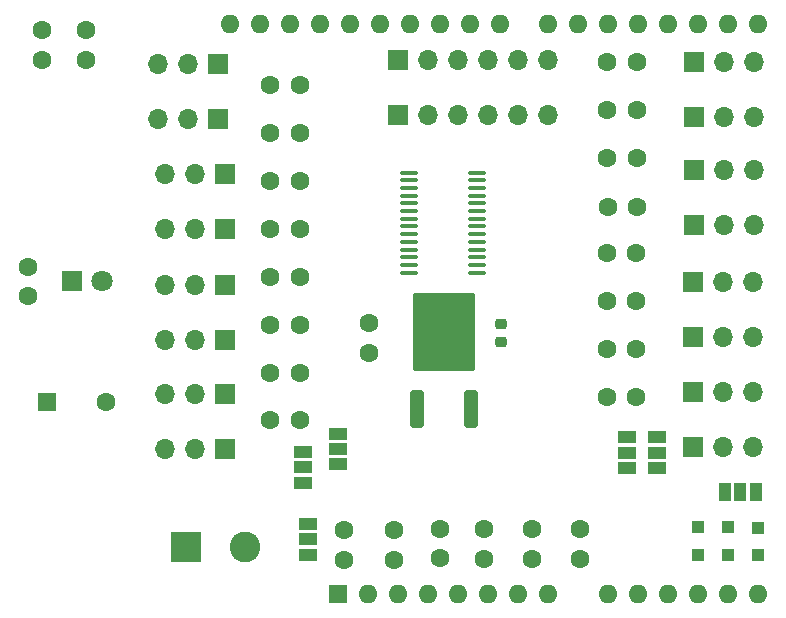
<source format=gbr>
%TF.GenerationSoftware,KiCad,Pcbnew,8.0.0*%
%TF.CreationDate,2024-03-18T09:38:17+09:00*%
%TF.ProjectId,240226_c1011_1_1_PCA9685,32343032-3236-45f6-9331-3031315f315f,rev?*%
%TF.SameCoordinates,Original*%
%TF.FileFunction,Soldermask,Top*%
%TF.FilePolarity,Negative*%
%FSLAX46Y46*%
G04 Gerber Fmt 4.6, Leading zero omitted, Abs format (unit mm)*
G04 Created by KiCad (PCBNEW 8.0.0) date 2024-03-18 09:38:17*
%MOMM*%
%LPD*%
G01*
G04 APERTURE LIST*
G04 Aperture macros list*
%AMRoundRect*
0 Rectangle with rounded corners*
0 $1 Rounding radius*
0 $2 $3 $4 $5 $6 $7 $8 $9 X,Y pos of 4 corners*
0 Add a 4 corners polygon primitive as box body*
4,1,4,$2,$3,$4,$5,$6,$7,$8,$9,$2,$3,0*
0 Add four circle primitives for the rounded corners*
1,1,$1+$1,$2,$3*
1,1,$1+$1,$4,$5*
1,1,$1+$1,$6,$7*
1,1,$1+$1,$8,$9*
0 Add four rect primitives between the rounded corners*
20,1,$1+$1,$2,$3,$4,$5,0*
20,1,$1+$1,$4,$5,$6,$7,0*
20,1,$1+$1,$6,$7,$8,$9,0*
20,1,$1+$1,$8,$9,$2,$3,0*%
G04 Aperture macros list end*
%ADD10C,1.600000*%
%ADD11R,1.500000X1.000000*%
%ADD12R,1.000000X1.000000*%
%ADD13R,1.700000X1.700000*%
%ADD14O,1.700000X1.700000*%
%ADD15RoundRect,0.225000X-0.250000X0.225000X-0.250000X-0.225000X0.250000X-0.225000X0.250000X0.225000X0*%
%ADD16R,2.600000X2.600000*%
%ADD17C,2.600000*%
%ADD18RoundRect,0.281760X-0.305240X1.330240X-0.305240X-1.330240X0.305240X-1.330240X0.305240X1.330240X0*%
%ADD19RoundRect,0.102000X2.545000X-3.160000X2.545000X3.160000X-2.545000X3.160000X-2.545000X-3.160000X0*%
%ADD20R,1.800000X1.800000*%
%ADD21C,1.800000*%
%ADD22R,1.600000X1.600000*%
%ADD23R,1.000000X1.500000*%
%ADD24RoundRect,0.100000X0.637500X0.100000X-0.637500X0.100000X-0.637500X-0.100000X0.637500X-0.100000X0*%
%ADD25O,1.600000X1.600000*%
G04 APERTURE END LIST*
D10*
%TO.C,R13G$1*%
X167150000Y-103375000D03*
X169650000Y-103375000D03*
%TD*%
%TO.C,R13G$11*%
X141125000Y-85125000D03*
X138625000Y-85125000D03*
%TD*%
%TO.C,R13G$15*%
X141145000Y-101339000D03*
X138645000Y-101339000D03*
%TD*%
%TO.C,R13G$13*%
X141145000Y-93239000D03*
X138645000Y-93239000D03*
%TD*%
D11*
%TO.C,JP1*%
X171350000Y-106825000D03*
X171350000Y-108125000D03*
X171350000Y-109425000D03*
%TD*%
%TO.C,JP6*%
X144400000Y-109125000D03*
X144400000Y-107825000D03*
X144400000Y-106525000D03*
%TD*%
D12*
%TO.C,TP1*%
X179950000Y-116775000D03*
%TD*%
D10*
%TO.C,R13G$7*%
X167195000Y-79131000D03*
X169695000Y-79131000D03*
%TD*%
%TO.C,R13G$9*%
X141125000Y-77025000D03*
X138625000Y-77025000D03*
%TD*%
D13*
%TO.C,J12*%
X134850000Y-89175000D03*
D14*
X132310000Y-89175000D03*
X129770000Y-89175000D03*
%TD*%
D11*
%TO.C,JP5*%
X141850000Y-116775000D03*
X141850000Y-115475000D03*
X141850000Y-114175000D03*
%TD*%
%TO.C,JP3*%
X168850000Y-106825000D03*
X168850000Y-108125000D03*
X168850000Y-109425000D03*
%TD*%
D10*
%TO.C,R2GS4*%
X123050000Y-72375000D03*
X123050000Y-74875000D03*
%TD*%
%TO.C,R13G$8*%
X167156500Y-75043000D03*
X169656500Y-75043000D03*
%TD*%
D13*
%TO.C,J18*%
X149450000Y-74875000D03*
D14*
X151990000Y-74875000D03*
X154530000Y-74875000D03*
X157070000Y-74875000D03*
X159610000Y-74875000D03*
X162150000Y-74875000D03*
%TD*%
D13*
%TO.C,J3*%
X174425000Y-98325000D03*
D14*
X176965000Y-98325000D03*
X179505000Y-98325000D03*
%TD*%
D13*
%TO.C,J17*%
X149450000Y-79525000D03*
D14*
X151990000Y-79525000D03*
X154530000Y-79525000D03*
X157070000Y-79525000D03*
X159610000Y-79525000D03*
X162150000Y-79525000D03*
%TD*%
D10*
%TO.C,R13G$10*%
X141125000Y-81075000D03*
X138625000Y-81075000D03*
%TD*%
D12*
%TO.C,TP6*%
X174900000Y-114425000D03*
%TD*%
D13*
%TO.C,J15*%
X134835000Y-103194000D03*
D14*
X132295000Y-103194000D03*
X129755000Y-103194000D03*
%TD*%
D13*
%TO.C,J16*%
X134835000Y-107844000D03*
D14*
X132295000Y-107844000D03*
X129755000Y-107844000D03*
%TD*%
D10*
%TO.C,R13G$16*%
X141145000Y-105389000D03*
X138645000Y-105389000D03*
%TD*%
D12*
%TO.C,TP5*%
X177400000Y-114425000D03*
%TD*%
D10*
%TO.C,R13G$6*%
X167195000Y-83181000D03*
X169695000Y-83181000D03*
%TD*%
%TO.C,R1G$5*%
X160800000Y-114625000D03*
X160800000Y-117125000D03*
%TD*%
%TO.C,R1G$1*%
X153000000Y-114575000D03*
X153000000Y-117075000D03*
%TD*%
D13*
%TO.C,J6*%
X174485000Y-84225000D03*
D14*
X177025000Y-84225000D03*
X179565000Y-84225000D03*
%TD*%
D10*
%TO.C,R1G$3*%
X149150000Y-114675000D03*
X149150000Y-117175000D03*
%TD*%
D13*
%TO.C,J13*%
X134835000Y-93894000D03*
D14*
X132295000Y-93894000D03*
X129755000Y-93894000D03*
%TD*%
D13*
%TO.C,J4*%
X174425000Y-93675000D03*
D14*
X176965000Y-93675000D03*
X179505000Y-93675000D03*
%TD*%
D10*
%TO.C,R13G$3*%
X167150000Y-95275000D03*
X169650000Y-95275000D03*
%TD*%
D15*
%TO.C,C2*%
X158150000Y-97225000D03*
X158150000Y-98775000D03*
%TD*%
D16*
%TO.C,J19*%
X131500000Y-116075000D03*
D17*
X136500000Y-116075000D03*
%TD*%
D13*
%TO.C,J11*%
X134850000Y-84525000D03*
D14*
X132310000Y-84525000D03*
X129770000Y-84525000D03*
%TD*%
D13*
%TO.C,J8*%
X174485000Y-75032000D03*
D14*
X177025000Y-75032000D03*
X179565000Y-75032000D03*
%TD*%
D18*
%TO.C,Q1*%
X151064000Y-104455000D03*
X155636000Y-104455000D03*
D19*
X153350000Y-97925000D03*
%TD*%
D12*
%TO.C,TP3*%
X179950000Y-114475000D03*
%TD*%
D10*
%TO.C,R1G$2*%
X144900000Y-114675000D03*
X144900000Y-117175000D03*
%TD*%
%TO.C,R1*%
X147000000Y-99675000D03*
X147000000Y-97175000D03*
%TD*%
%TO.C,R13G$14*%
X141145000Y-97289000D03*
X138645000Y-97289000D03*
%TD*%
D12*
%TO.C,TP2*%
X177400000Y-116775000D03*
%TD*%
D10*
%TO.C,R2G$3*%
X119350000Y-72375000D03*
X119350000Y-74875000D03*
%TD*%
D13*
%TO.C,J14*%
X134835000Y-98544000D03*
D14*
X132295000Y-98544000D03*
X129755000Y-98544000D03*
%TD*%
D20*
%TO.C,D1*%
X121860000Y-93575000D03*
D21*
X124400000Y-93575000D03*
%TD*%
D11*
%TO.C,JP4*%
X141450000Y-110675000D03*
X141450000Y-109375000D03*
X141450000Y-108075000D03*
%TD*%
D10*
%TO.C,R13G$12*%
X141125000Y-89175000D03*
X138625000Y-89175000D03*
%TD*%
%TO.C,R10*%
X118150000Y-94875000D03*
X118150000Y-92375000D03*
%TD*%
D13*
%TO.C,J9*%
X134250000Y-75225000D03*
D14*
X131710000Y-75225000D03*
X129170000Y-75225000D03*
%TD*%
D10*
%TO.C,R1G$6*%
X156750000Y-114625000D03*
X156750000Y-117125000D03*
%TD*%
D13*
%TO.C,J1*%
X174425000Y-107625000D03*
D14*
X176965000Y-107625000D03*
X179505000Y-107625000D03*
%TD*%
D10*
%TO.C,R1G$4*%
X164850000Y-114625000D03*
X164850000Y-117125000D03*
%TD*%
D13*
%TO.C,J7*%
X174485000Y-79682000D03*
D14*
X177025000Y-79682000D03*
X179565000Y-79682000D03*
%TD*%
D22*
%TO.C,C1*%
X119750000Y-103825000D03*
D10*
X124750000Y-103825000D03*
%TD*%
D23*
%TO.C,JP2*%
X177150000Y-111432500D03*
X178450000Y-111432500D03*
X179750000Y-111432500D03*
%TD*%
D12*
%TO.C,TP4*%
X174900000Y-116775000D03*
%TD*%
D13*
%TO.C,J5*%
X174485000Y-88875000D03*
D14*
X177025000Y-88875000D03*
X179565000Y-88875000D03*
%TD*%
D10*
%TO.C,R13G$4*%
X167150000Y-91225000D03*
X169650000Y-91225000D03*
%TD*%
%TO.C,R13G$5*%
X167235000Y-87325000D03*
X169735000Y-87325000D03*
%TD*%
D13*
%TO.C,J10*%
X134250000Y-79875000D03*
D14*
X131710000Y-79875000D03*
X129170000Y-79875000D03*
%TD*%
D10*
%TO.C,R13G$2*%
X167150000Y-99325000D03*
X169650000Y-99325000D03*
%TD*%
D13*
%TO.C,J2*%
X174425000Y-102975000D03*
D14*
X176965000Y-102975000D03*
X179505000Y-102975000D03*
%TD*%
D24*
%TO.C,U1*%
X156150000Y-92875000D03*
X156150000Y-92225000D03*
X156150000Y-91575000D03*
X156150000Y-90925000D03*
X156150000Y-90275000D03*
X156150000Y-89625000D03*
X156150000Y-88975000D03*
X156150000Y-88325000D03*
X156150000Y-87675000D03*
X156150000Y-87025000D03*
X156150000Y-86375000D03*
X156150000Y-85725000D03*
X156150000Y-85075000D03*
X156150000Y-84425000D03*
X150425000Y-84425000D03*
X150425000Y-85075000D03*
X150425000Y-85725000D03*
X150425000Y-86375000D03*
X150425000Y-87025000D03*
X150425000Y-87675000D03*
X150425000Y-88325000D03*
X150425000Y-88975000D03*
X150425000Y-89625000D03*
X150425000Y-90275000D03*
X150425000Y-90925000D03*
X150425000Y-91575000D03*
X150425000Y-92225000D03*
X150425000Y-92875000D03*
%TD*%
D22*
%TO.C,A1*%
X144370000Y-120075000D03*
D25*
X146910000Y-120075000D03*
X149450000Y-120075000D03*
X151990000Y-120075000D03*
X154530000Y-120075000D03*
X157070000Y-120075000D03*
X159610000Y-120075000D03*
X162150000Y-120075000D03*
X167230000Y-120075000D03*
X169770000Y-120075000D03*
X172310000Y-120075000D03*
X174850000Y-120075000D03*
X177390000Y-120075000D03*
X179930000Y-120075000D03*
X179930000Y-71815000D03*
X177390000Y-71815000D03*
X174850000Y-71815000D03*
X172310000Y-71815000D03*
X169770000Y-71815000D03*
X167230000Y-71815000D03*
X164690000Y-71815000D03*
X162150000Y-71815000D03*
X158090000Y-71815000D03*
X155550000Y-71815000D03*
X153010000Y-71815000D03*
X150470000Y-71815000D03*
X147930000Y-71815000D03*
X145390000Y-71815000D03*
X142850000Y-71815000D03*
X140310000Y-71815000D03*
X137770000Y-71815000D03*
X135230000Y-71815000D03*
%TD*%
M02*

</source>
